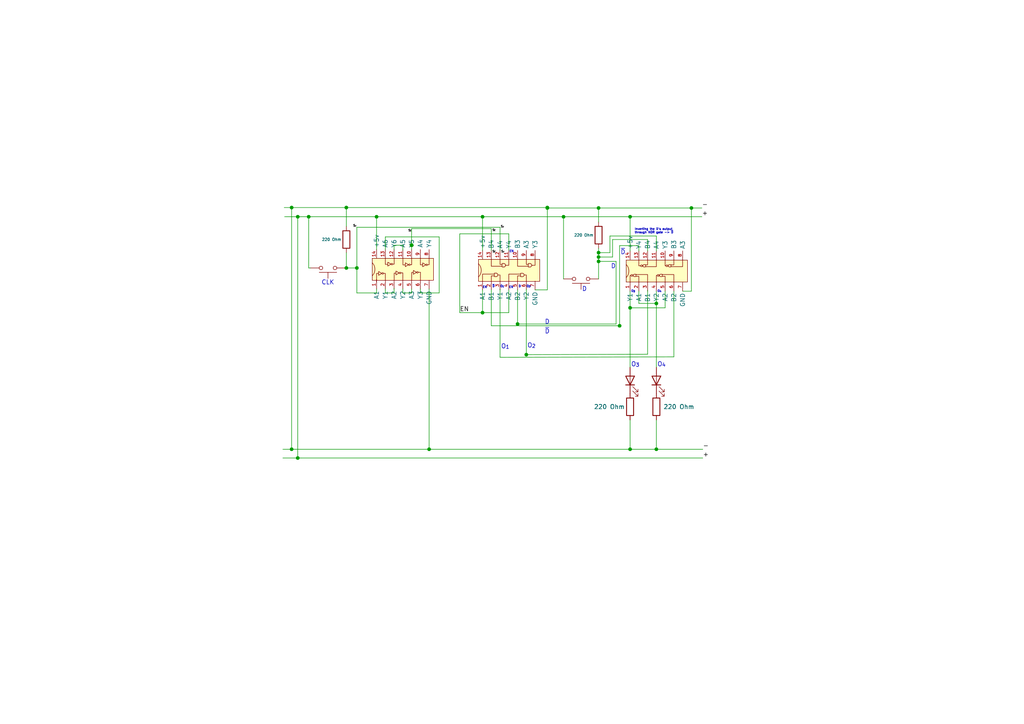
<source format=kicad_sch>
(kicad_sch (version 20211123) (generator eeschema)
  (paper "A4")
  (lib_symbols
    (symbol "Device:LED" (pin_numbers hide) (pin_names (offset 1.016) hide)
      (property "Reference" "D" (at 0 2.54 0))
      (property "Value" "LED" (at 0 -2.54 0))
      (symbol "LED_0_1"
        (polyline (pts (xy -1.27 -1.27) (xy -1.27 1.27)) (stroke (width 0.254)))
        (polyline (pts (xy -1.27 0) (xy 1.27 0)))
        (polyline (pts (xy 1.27 -1.27) (xy 1.27 1.27) (xy -1.27 0) (xy 1.27 -1.27)) (stroke (width 0.254)))
        (polyline (pts (xy -3.048 -0.762) (xy -4.572 -2.286) (xy -3.81 -2.286) (xy -4.572 -2.286) (xy -4.572 -1.524)))
        (polyline (pts (xy -1.778 -0.762) (xy -3.302 -2.286) (xy -2.54 -2.286) (xy -3.302 -2.286) (xy -3.302 -1.524)))
      )
      (symbol "LED_1_1"
        (pin passive line (at -3.81 0 0) (length 2.54) (name "K") (number "1"))
        (pin passive line (at 3.81 0 180) (length 2.54) (name "A") (number "2"))
      )
    )
    (symbol "Device:R" (pin_numbers hide) (pin_names (offset 0))
      (property "Reference" "R" (at 2.032 0 90))
      (property "Value" "R" (at 0 0 90))
      (symbol "R_0_1"
        (rectangle (start -1.016 -2.54) (end 1.016 2.54) (stroke (width 0.254)))
      )
      (symbol "R_1_1"
        (pin passive line (at 0 3.81 270) (length 1.27) (name "~") (number "1"))
        (pin passive line (at 0 -3.81 90) (length 1.27) (name "~") (number "2"))
      )
    )
    (symbol "Gosheto:74LS02_(NOR)"
      (property "Reference" "U" (at 0.0254 1.1938 0))
      (property "Value" "74LS02_(NOR)" (at 0 -0.8382 0))
      (symbol "74LS02_(NOR)_0_1"
        (arc (start -8.5091 -14.097) (mid -7.72 -12.192) (end -8.5091 -10.287))
        (rectangle (start -8.5091 -9.017) (end 9.2709 -15.367) (fill (type background)))
        (circle (center -6.858 -13.462) (radius 0.254))
        (arc (start -6.604 -13.462) (mid -6.1486 -13.7994) (end -5.588 -13.716))
        (arc (start -6.35 -13.462) (mid -6.35 -13.462) (end -6.35 -13.462))
        (arc (start -5.588 -13.208) (mid -6.1486 -13.1246) (end -6.604 -13.462))
        (arc (start -5.588 -13.208) (mid -5.6932 -13.462) (end -5.588 -13.716))
        (circle (center -4.064 -10.668) (radius 0.254))
        (arc (start -3.81 -10.668) (mid -3.3546 -11.0054) (end -2.794 -10.922))
        (arc (start -3.556 -10.668) (mid -3.556 -10.668) (end -3.556 -10.668))
        (arc (start -2.794 -10.414) (mid -3.3546 -10.3306) (end -3.81 -10.668))
        (arc (start -2.794 -10.414) (mid -2.8992 -10.668) (end -2.794 -10.922))
        (polyline (pts (xy -7.366 -15.494) (xy -7.366 -13.462) (xy -7.112 -13.462)))
        (polyline (pts (xy -4.826 -15.494) (xy -4.826 -13.716) (xy -5.588 -13.716)))
        (polyline (pts (xy -4.826 -8.89) (xy -4.826 -10.668) (xy -4.318 -10.668)))
        (polyline (pts (xy -2.286 -15.494) (xy -2.286 -13.208) (xy -5.588 -13.208)))
        (polyline (pts (xy -2.286 -8.89) (xy -2.286 -10.414) (xy -2.794 -10.414)))
        (polyline (pts (xy 0.254 -15.494) (xy 0.254 -13.462) (xy 0.508 -13.462)))
        (polyline (pts (xy 0.254 -8.89) (xy 0.254 -10.922) (xy -2.794 -10.922)))
        (polyline (pts (xy 2.794 -15.494) (xy 2.794 -13.716) (xy 2.032 -13.716)))
        (polyline (pts (xy 2.794 -8.89) (xy 2.794 -10.668) (xy 3.048 -10.668)))
        (polyline (pts (xy 5.334 -15.494) (xy 5.334 -13.208) (xy 2.032 -13.208)))
        (polyline (pts (xy 5.334 -8.89) (xy 5.334 -10.414) (xy 4.572 -10.414)))
        (polyline (pts (xy 7.874 -8.89) (xy 7.874 -10.922) (xy 4.572 -10.922)))
        (circle (center 0.762 -13.462) (radius 0.254))
        (arc (start 1.016 -13.462) (mid 1.4714 -13.7994) (end 2.032 -13.716))
        (arc (start 1.27 -13.462) (mid 1.27 -13.462) (end 1.27 -13.462))
        (arc (start 2.032 -13.208) (mid 1.4714 -13.1246) (end 1.016 -13.462))
        (arc (start 2.032 -13.208) (mid 1.9268 -13.462) (end 2.032 -13.716))
        (circle (center 3.302 -10.668) (radius 0.254))
        (arc (start 3.556 -10.668) (mid 4.0114 -11.0054) (end 4.572 -10.922))
        (arc (start 3.81 -10.668) (mid 3.81 -10.668) (end 3.81 -10.668))
        (arc (start 4.572 -10.414) (mid 4.0114 -10.3306) (end 3.556 -10.668))
        (arc (start 4.572 -10.414) (mid 4.4668 -10.668) (end 4.572 -10.922))
      )
      (symbol "74LS02_(NOR)_1_1"
        (pin output line (at -7.366 -15.494 270) (length 2.54) (name "Y1") (number "1"))
        (pin output line (at 2.794 -8.89 90) (length 2.54) (name "Y3") (number "10"))
        (pin input line (at 0.254 -8.89 90) (length 2.54) (name "A4") (number "11"))
        (pin input line (at -2.286 -8.89 90) (length 2.54) (name "B4") (number "12"))
        (pin output line (at -4.826 -8.89 90) (length 2.54) (name "Y4") (number "13"))
        (pin input line (at -7.366 -8.89 90) (length 2.54) (name "+5v") (number "14"))
        (pin input line (at -4.826 -15.494 270) (length 2.54) (name "A1") (number "2"))
        (pin input line (at -2.286 -15.494 270) (length 2.54) (name "B1") (number "3"))
        (pin output line (at 0.254 -15.494 270) (length 2.54) (name "Y2") (number "4"))
        (pin input line (at 2.794 -15.494 270) (length 2.54) (name "A2") (number "5"))
        (pin input line (at 5.334 -15.494 270) (length 2.54) (name "B2") (number "6"))
        (pin input line (at 7.874 -15.494 270) (length 2.54) (name "GND") (number "7"))
        (pin input line (at 7.874 -8.89 90) (length 2.54) (name "A3") (number "8"))
        (pin input line (at 5.334 -8.89 90) (length 2.54) (name "B3") (number "9"))
      )
    )
    (symbol "Gosheto:74LS04_(INVERTER)"
      (property "Reference" "U" (at 0 1.5748 0))
      (property "Value" "74LS04_(INVERTER)" (at 0 -0.0508 0))
      (symbol "74LS04_(INVERTER)_0_1"
        (arc (start -9.0171 -13.081) (mid -8.228 -11.176) (end -9.0171 -9.271))
        (rectangle (start -9.0171 -8.001) (end 8.7629 -14.351) (fill (type background)))
        (circle (center -5.969 -12.3698) (radius 0.2185))
        (circle (center -3.302 -9.6774) (radius 0.2185))
        (circle (center -0.9398 -12.2428) (radius 0.2185))
        (polyline (pts (xy -7.747 -14.3256) (xy -7.747 -12.3698) (xy -7.1882 -12.3698)))
        (polyline (pts (xy -7.7471 -14.097) (xy -7.7471 -14.351) (xy -7.7471 -14.859)))
        (polyline (pts (xy -5.207 -14.3256) (xy -5.207 -12.3698) (xy -5.6896 -12.3698)))
        (polyline (pts (xy -5.207 -7.9756) (xy -5.207 -9.7536) (xy -4.5212 -9.7536)))
        (polyline (pts (xy -2.6416 -14.351) (xy -2.6416 -12.2936) (xy -2.159 -12.2936)))
        (polyline (pts (xy -2.6416 -7.9756) (xy -2.6416 -9.6774) (xy -2.9718 -9.6774)))
        (polyline (pts (xy -0.127 -14.3764) (xy -0.127 -12.2174) (xy -0.6604 -12.2174)))
        (polyline (pts (xy -0.1016 -7.9502) (xy -0.1016 -9.906) (xy 0.5588 -9.906)))
        (polyline (pts (xy 2.4384 -14.3256) (xy 2.4384 -12.0904) (xy 2.8956 -12.0904)))
        (polyline (pts (xy 2.4384 -7.9756) (xy 2.4384 -9.8552) (xy 2.0828 -9.8552)))
        (polyline (pts (xy 4.953 -8.001) (xy 4.953 -9.8806) (xy 5.6134 -9.8806)))
        (polyline (pts (xy 4.9784 -14.351) (xy 4.9784 -12.0396) (xy 4.3942 -12.0396)))
        (polyline (pts (xy 7.493 -7.9756) (xy 7.493 -9.8552) (xy 7.112 -9.8552)))
        (polyline (pts (xy -7.1628 -11.8364) (xy -7.1628 -12.9286) (xy -6.2484 -12.3698) (xy -7.0866 -11.8364) (xy -7.0866 -11.8872)))
        (polyline (pts (xy -4.4958 -9.144) (xy -4.4958 -10.2362) (xy -3.5814 -9.6774) (xy -4.4196 -9.144) (xy -4.4196 -9.1948)))
        (polyline (pts (xy -2.1336 -11.7094) (xy -2.1336 -12.8016) (xy -1.2192 -12.2428) (xy -2.0574 -11.7094) (xy -2.0574 -11.7602)))
        (polyline (pts (xy 0.5842 -9.3218) (xy 0.5842 -10.414) (xy 1.4986 -9.8552) (xy 0.6604 -9.3218) (xy 0.6604 -9.3726)))
        (polyline (pts (xy 2.921 -11.5316) (xy 2.921 -12.6238) (xy 3.8354 -12.065) (xy 2.9972 -11.5316) (xy 2.9972 -11.5824)))
        (polyline (pts (xy 5.6134 -9.3472) (xy 5.6134 -10.4394) (xy 6.5278 -9.8806) (xy 5.6896 -9.3472) (xy 5.6896 -9.398)))
        (circle (center 1.778 -9.8552) (radius 0.2185))
        (circle (center 4.1148 -12.065) (radius 0.2185))
        (circle (center 6.8072 -9.8806) (radius 0.2185))
      )
      (symbol "74LS04_(INVERTER)_1_1"
        (pin input line (at -7.7471 -14.351 270) (length 2.54) (name "A1") (number "1"))
        (pin output line (at 2.4129 -8.001 90) (length 2.54) (name "Y5") (number "10"))
        (pin input line (at -0.1271 -8.001 90) (length 2.54) (name "A5") (number "11"))
        (pin output line (at -2.6671 -8.001 90) (length 2.54) (name "Y6") (number "12"))
        (pin input line (at -5.2071 -8.001 90) (length 2.54) (name "A6") (number "13"))
        (pin input line (at -7.7471 -8.001 90) (length 2.54) (name "+5v") (number "14"))
        (pin output line (at -5.2071 -14.351 270) (length 2.54) (name "Y1") (number "2"))
        (pin input line (at -2.6671 -14.351 270) (length 2.54) (name "A2") (number "3"))
        (pin output line (at -0.1271 -14.351 270) (length 2.54) (name "Y2") (number "4"))
        (pin input line (at 2.4129 -14.351 270) (length 2.54) (name "A3") (number "5"))
        (pin output line (at 4.9529 -14.351 270) (length 2.54) (name "Y3") (number "6"))
        (pin input line (at 7.4929 -14.351 270) (length 2.54) (name "GND") (number "7"))
        (pin output line (at 7.4929 -8.001 90) (length 2.54) (name "Y4") (number "8"))
        (pin input line (at 4.9529 -8.001 90) (length 2.54) (name "A4") (number "9"))
      )
    )
    (symbol "Gosheto:74LS08_(AND)"
      (property "Reference" "U" (at 0.0254 1.778 0))
      (property "Value" "74LS08_(AND)" (at 0 0 0))
      (symbol "74LS08_(AND)_0_1"
        (arc (start -8.5345 -13.0048) (mid -7.7454 -11.0998) (end -8.5345 -9.1948))
        (rectangle (start -8.5345 -7.9248) (end 9.2455 -14.2748) (fill (type background)))
        (arc (start -3.429 -12.9286) (mid -3.0698 -12.7798) (end -2.921 -12.4206))
        (arc (start -2.921 -12.4206) (mid -3.0698 -12.0614) (end -3.429 -11.9126))
        (arc (start -1.1938 -10.1346) (mid -0.8346 -9.9858) (end -0.6858 -9.6266))
        (arc (start -0.6858 -9.6266) (mid -0.8346 -9.2674) (end -1.1938 -9.1186))
        (polyline (pts (xy 7.112 -9.652) (xy 6.858 -9.652)))
        (polyline (pts (xy -7.366 -14.224) (xy -7.366 -12.192) (xy -4.064 -12.192)))
        (polyline (pts (xy -4.826 -14.224) (xy -4.826 -12.7) (xy -4.064 -12.7)))
        (polyline (pts (xy -4.826 -7.874) (xy -4.826 -9.906) (xy -1.778 -9.906)))
        (polyline (pts (xy -2.286 -14.224) (xy -2.286 -12.446) (xy -2.794 -12.446)))
        (polyline (pts (xy -2.286 -7.874) (xy -2.286 -9.398) (xy -1.778 -9.398)))
        (polyline (pts (xy 0.254 -14.224) (xy 0.254 -12.192) (xy 3.556 -12.192)))
        (polyline (pts (xy 2.794 -14.224) (xy 2.794 -12.7) (xy 3.556 -12.7)))
        (polyline (pts (xy 2.794 -7.874) (xy 2.794 -9.906) (xy 5.842 -9.906)))
        (polyline (pts (xy 5.334 -14.224) (xy 5.334 -12.446) (xy 4.826 -12.446)))
        (polyline (pts (xy 5.334 -7.874) (xy 5.334 -9.398) (xy 5.842 -9.398)))
        (polyline (pts (xy 7.874 -7.874) (xy 7.874 -9.652) (xy 7.112 -9.652)))
        (polyline (pts (xy -3.429 -12.9286) (xy -3.937 -12.9286) (xy -3.937 -11.9126) (xy -3.429 -11.9126)))
        (polyline (pts (xy -1.1938 -10.1346) (xy -1.7018 -10.1346) (xy -1.7018 -9.1186) (xy -1.1938 -9.1186)))
        (polyline (pts (xy 4.191 -12.954) (xy 3.683 -12.954) (xy 3.683 -11.938) (xy 4.191 -11.938)))
        (polyline (pts (xy 6.4008 -10.1346) (xy 5.8928 -10.1346) (xy 5.8928 -9.1186) (xy 6.4008 -9.1186)))
        (polyline (pts (xy 0.254 -7.874) (xy 0.254 -9.652) (xy -0.508 -9.652) (xy -0.762 -9.652) (xy -0.508 -9.652)))
        (arc (start 4.191 -12.954) (mid 4.5502 -12.8052) (end 4.699 -12.446))
        (arc (start 4.699 -12.446) (mid 4.5502 -12.0868) (end 4.191 -11.938))
        (arc (start 6.4008 -10.1346) (mid 6.76 -9.9858) (end 6.9088 -9.6266))
        (arc (start 6.9088 -9.6266) (mid 6.76 -9.2674) (end 6.4008 -9.1186))
      )
      (symbol "74LS08_(AND)_1_1"
        (pin input line (at -7.366 -14.224 270) (length 2.54) (name "A1") (number "1"))
        (pin input line (at 2.794 -7.874 90) (length 2.54) (name "B3") (number "10"))
        (pin output line (at 0.254 -7.874 90) (length 2.54) (name "Y4") (number "11"))
        (pin input line (at -2.286 -7.874 90) (length 2.54) (name "A4") (number "12"))
        (pin input line (at -4.826 -7.874 90) (length 2.54) (name "B4") (number "13"))
        (pin input line (at -7.366 -7.874 90) (length 2.54) (name "+5v") (number "14"))
        (pin input line (at -4.826 -14.224 270) (length 2.54) (name "B1") (number "2"))
        (pin output line (at -2.286 -14.224 270) (length 2.54) (name "Y1") (number "3"))
        (pin input line (at 0.254 -14.224 270) (length 2.54) (name "A2") (number "4"))
        (pin input line (at 2.794 -14.224 270) (length 2.54) (name "B2") (number "5"))
        (pin output line (at 5.334 -14.224 270) (length 2.54) (name "Y2") (number "6"))
        (pin input line (at 7.874 -14.224 270) (length 2.54) (name "GND") (number "7"))
        (pin output line (at 7.874 -7.874 90) (length 2.54) (name "Y3") (number "8"))
        (pin input line (at 5.334 -7.874 90) (length 2.54) (name "A3") (number "9"))
      )
    )
    (symbol "Switch:SW_Push" (pin_numbers hide) (pin_names (offset 1.016) hide)
      (property "Reference" "SW" (at 1.27 2.54 0))
      (property "Value" "SW_Push" (at 0 -1.524 0))
      (symbol "SW_Push_0_1"
        (circle (center -2.032 0) (radius 0.508))
        (polyline (pts (xy 0 1.27) (xy 0 3.048)))
        (polyline (pts (xy 2.54 1.27) (xy -2.54 1.27)))
        (circle (center 2.032 0) (radius 0.508))
        (pin passive line (at -5.08 0 0) (length 2.54) (name "1") (number "1"))
        (pin passive line (at 5.08 0 180) (length 2.54) (name "2") (number "2"))
      )
    )
  )
  (junction (at 179.705 94.488))
  (junction (at 103.505 77.724))
  (junction (at 152.654 102.87))
  (junction (at 109.22 62.865))
  (junction (at 100.457 60.198))
  (junction (at 173.609 74.549))
  (junction (at 119.38 71.12))
  (junction (at 139.954 90.678))
  (junction (at 173.609 73.279))
  (junction (at 190.373 130.302))
  (junction (at 158.75 60.198))
  (junction (at 86.36 132.842))
  (junction (at 89.535 62.865))
  (junction (at 84.582 130.302))
  (junction (at 139.954 62.865))
  (junction (at 124.46 130.302))
  (junction (at 119.3801 71.12))
  (junction (at 100.457 77.724))
  (junction (at 158.75 60.325))
  (junction (at 86.36 62.865))
  (junction (at 150.114 93.98))
  (junction (at 190.373 88.011))
  (junction (at 173.609 75.819))
  (junction (at 182.753 62.865))
  (junction (at 200.533 60.325))
  (junction (at 84.582 60.198))
  (junction (at 173.609 60.325))
  (junction (at 163.449 62.865))
  (junction (at 182.753 89.281))
  (junction (at 182.753 130.302))
  (wire (pts (xy 173.609 74.549) (xy 173.609 75.819)))
  (wire (pts (xy 119.3801 72.39) (xy 119.3801 71.12)))
  (wire (pts (xy 124.46 130.302) (xy 182.753 130.302)))
  (wire (pts (xy 182.753 121.793) (xy 182.753 130.302)))
  (wire (pts (xy 142.494 94.488) (xy 179.705 94.488)))
  (wire (pts (xy 147.574 84.074) (xy 147.574 90.678)))
  (wire (pts (xy 163.449 62.865) (xy 182.753 62.865)))
  (wire (pts (xy 114.3001 71.12) (xy 116.8401 71.12)))
  (wire (pts (xy 89.535 62.865) (xy 86.36 62.865)))
  (wire (pts (xy 124.46 83.82) (xy 124.46 130.302)))
  (wire (pts (xy 82.55 62.865) (xy 86.36 62.865)))
  (wire (pts (xy 173.609 75.819) (xy 173.609 80.899)))
  (wire (pts (xy 187.833 84.201) (xy 187.833 102.743)))
  (wire (pts (xy 187.833 72.771) (xy 187.833 69.469)))
  (wire (pts (xy 111.7601 68.707) (xy 111.7601 72.39)))
  (wire (pts (xy 139.954 84.074) (xy 139.954 90.678)))
  (wire (pts (xy 200.533 60.325) (xy 203.581 60.325)))
  (wire (pts (xy 150.114 93.98) (xy 150.114 94.107)))
  (wire (pts (xy 182.753 84.455) (xy 182.753 89.281)))
  (wire (pts (xy 179.705 94.488) (xy 179.705 94.615)))
  (wire (pts (xy 89.535 62.865) (xy 89.535 77.724)))
  (wire (pts (xy 190.373 68.453) (xy 176.911 68.453)))
  (wire (pts (xy 119.3801 83.82) (xy 119.3801 84.963)))
  (wire (pts (xy 173.609 60.325) (xy 200.533 60.325)))
  (wire (pts (xy 185.293 72.771) (xy 185.293 71.247)))
  (wire (pts (xy 150.114 84.074) (xy 150.114 93.98)))
  (wire (pts (xy 100.457 73.279) (xy 100.457 77.724)))
  (wire (pts (xy 173.609 73.279) (xy 173.609 74.549)))
  (wire (pts (xy 84.582 130.302) (xy 124.46 130.302)))
  (wire (pts (xy 142.494 66.294) (xy 142.494 72.644)))
  (wire (pts (xy 173.609 60.325) (xy 173.609 64.389)))
  (wire (pts (xy 100.457 60.198) (xy 158.75 60.198)))
  (wire (pts (xy 182.753 130.302) (xy 190.373 130.302)))
  (wire (pts (xy 109.22 62.865) (xy 139.954 62.865)))
  (wire (pts (xy 100.203 77.724) (xy 100.457 77.724)))
  (wire (pts (xy 197.993 84.455) (xy 200.533 84.455)))
  (wire (pts (xy 133.35 90.678) (xy 139.954 90.678)))
  (wire (pts (xy 109.2201 83.82) (xy 109.2201 84.963)))
  (wire (pts (xy 119.38 71.12) (xy 119.38 66.294)))
  (wire (pts (xy 82.423 60.198) (xy 84.582 60.198)))
  (wire (pts (xy 116.8401 83.82) (xy 116.8401 84.963)))
  (wire (pts (xy 109.22 62.865) (xy 109.22 72.39)))
  (wire (pts (xy 111.7601 83.82) (xy 111.7601 84.963)))
  (wire (pts (xy 200.533 60.325) (xy 200.533 84.455)))
  (wire (pts (xy 190.373 88.011) (xy 185.293 88.011)))
  (wire (pts (xy 179.705 71.247) (xy 179.705 94.488)))
  (wire (pts (xy 84.582 60.198) (xy 84.582 130.302)))
  (wire (pts (xy 82.042 132.842) (xy 86.36 132.842)))
  (wire (pts (xy 86.36 132.842) (xy 203.835 132.842)))
  (wire (pts (xy 155.194 84.074) (xy 158.75 84.074)))
  (wire (pts (xy 109.2201 84.963) (xy 103.5051 84.963)))
  (wire (pts (xy 127.3811 84.963) (xy 127.3811 68.707)))
  (wire (pts (xy 178.689 75.819) (xy 178.689 93.98)))
  (wire (pts (xy 139.954 62.865) (xy 163.449 62.865)))
  (wire (pts (xy 192.913 84.455) (xy 192.913 89.281)))
  (wire (pts (xy 190.373 84.455) (xy 190.373 88.011)))
  (wire (pts (xy 195.453 84.455) (xy 195.453 103.505)))
  (wire (pts (xy 114.3001 72.39) (xy 114.3001 71.12)))
  (wire (pts (xy 145.034 65.913) (xy 145.034 72.644)))
  (wire (pts (xy 182.753 62.865) (xy 203.581 62.865)))
  (wire (pts (xy 121.9201 84.963) (xy 127.3811 84.963)))
  (wire (pts (xy 182.753 89.281) (xy 182.753 106.553)))
  (wire (pts (xy 150.114 93.98) (xy 178.689 93.98)))
  (wire (pts (xy 86.36 62.865) (xy 86.36 132.842)))
  (wire (pts (xy 190.373 130.302) (xy 203.835 130.302)))
  (wire (pts (xy 182.753 72.771) (xy 182.753 62.865)))
  (wire (pts (xy 187.833 102.743) (xy 152.654 102.87)))
  (wire (pts (xy 89.535 62.865) (xy 109.22 62.865)))
  (wire (pts (xy 195.453 103.505) (xy 145.034 103.632)))
  (wire (pts (xy 152.654 102.87) (xy 152.654 102.997)))
  (wire (pts (xy 176.911 73.279) (xy 173.609 73.279)))
  (wire (pts (xy 152.654 83.947) (xy 152.654 102.87)))
  (wire (pts (xy 103.5051 65.913) (xy 145.034 65.913)))
  (wire (pts (xy 133.35 67.818) (xy 133.35 90.678)))
  (wire (pts (xy 111.7601 84.963) (xy 114.3001 84.963)))
  (wire (pts (xy 121.9201 83.82) (xy 121.9201 84.963)))
  (wire (pts (xy 177.673 74.549) (xy 173.609 74.549)))
  (wire (pts (xy 116.8401 84.963) (xy 119.3801 84.963)))
  (wire (pts (xy 147.574 90.678) (xy 139.954 90.678)))
  (wire (pts (xy 142.494 84.074) (xy 142.494 94.488)))
  (wire (pts (xy 139.954 62.865) (xy 139.954 72.644)))
  (wire (pts (xy 114.3001 83.693) (xy 114.3001 84.963)))
  (wire (pts (xy 176.911 68.453) (xy 176.911 73.279)))
  (wire (pts (xy 84.582 60.198) (xy 100.457 60.198)))
  (wire (pts (xy 190.373 88.011) (xy 190.373 106.553)))
  (wire (pts (xy 185.293 71.247) (xy 179.705 71.247)))
  (wire (pts (xy 116.8401 71.12) (xy 116.8401 72.517)))
  (wire (pts (xy 147.574 67.818) (xy 133.35 67.818)))
  (wire (pts (xy 147.574 72.644) (xy 147.574 67.818)))
  (wire (pts (xy 177.673 69.469) (xy 177.673 74.549)))
  (wire (pts (xy 163.449 62.865) (xy 163.449 80.899)))
  (wire (pts (xy 158.75 60.325) (xy 173.609 60.325)))
  (wire (pts (xy 90.043 77.724) (xy 89.535 77.724)))
  (wire (pts (xy 190.373 121.793) (xy 190.373 130.302)))
  (wire (pts (xy 187.833 69.469) (xy 177.673 69.469)))
  (wire (pts (xy 82.042 130.302) (xy 84.582 130.302)))
  (wire (pts (xy 173.609 72.009) (xy 173.609 73.279)))
  (wire (pts (xy 127.3811 68.707) (xy 111.7601 68.707)))
  (wire (pts (xy 100.457 77.724) (xy 103.505 77.724)))
  (wire (pts (xy 145.034 83.947) (xy 145.034 103.632)))
  (wire (pts (xy 100.457 60.198) (xy 100.457 65.659)))
  (wire (pts (xy 173.609 75.819) (xy 178.689 75.819)))
  (wire (pts (xy 182.753 89.281) (xy 192.913 89.281)))
  (wire (pts (xy 119.38 66.294) (xy 142.494 66.294)))
  (wire (pts (xy 185.293 84.455) (xy 185.293 88.011)))
  (wire (pts (xy 158.75 60.325) (xy 158.75 84.074)))
  (wire (pts (xy 103.5051 65.913) (xy 103.5051 84.963)))
  (wire (pts (xy 190.373 72.771) (xy 190.373 68.453)))
  (text "O_{1}" (at 145.034 83.566 0) (effects (font (size 0.6 0.6)) (justify left bottom)))
  (text "O_{2}" (at 152.654 83.566 0) (effects (font (size 0.6 0.6)) (justify left bottom)))
  (text "CLK" (at 93.218 82.804 0) (effects (font (size 1.27 1.27)) (justify left bottom)))
  (text "~{D}" (at 179.959 74.041 0) (effects (font (size 1.27 1.27)) (justify left bottom)))
  (text "~{D}" (at 142.748 83.566 0) (effects (font (size 0.6 0.6)) (justify left bottom)))
  (text "EN" (at 147.701 73.406 0) (effects (font (size 0.6 0.6)) (justify left bottom)))
  (text "O_{1}" (at 145.288 101.346 0) (effects (font (size 1.27 1.27)) (justify left bottom)))
  (text "EN" (at 139.954 83.82 0) (effects (font (size 0.6 0.6)) (justify left bottom)))
  (text "O_{2}" (at 152.908 101.092 0) (effects (font (size 1.27 1.27)) (justify left bottom)))
  (text "O_{3}" (at 183.007 106.553 0) (effects (font (size 1.27 1.27)) (justify left bottom)))
  (text "Inverting the D's output\nthrough NOR gate -> ~{D}\n" (at 184.023 67.945 0) (effects (font (size 0.6 0.6)) (justify left bottom)))
  (text "~{D}" (at 157.988 97.028 0) (effects (font (size 1.27 1.27)) (justify left bottom)))
  (text "D" (at 157.988 94.234 0) (effects (font (size 1.27 1.27)) (justify left bottom)))
  (text "D" (at 168.783 84.709 0) (effects (font (size 1.27 1.27)) (justify left bottom)))
  (text "O_{4}" (at 190.627 84.963 0) (effects (font (size 0.6 0.6)) (justify left bottom)))
  (text "D" (at 150.368 83.566 0) (effects (font (size 0.6 0.6)) (justify left bottom)))
  (text "O_{3}" (at 183.007 84.963 0) (effects (font (size 0.6 0.6)) (justify left bottom)))
  (text "EN" (at 147.574 83.82 0) (effects (font (size 0.6 0.6)) (justify left bottom)))
  (text "O_{4}" (at 190.627 106.553 0) (effects (font (size 1.27 1.27)) (justify left bottom)))
  (text "D" (at 177.165 78.105 0) (effects (font (size 1.27 1.27)) (justify left bottom)))
  (label "S_{r}" (at 145.161 66.167 0) (effects (font (size 0.6 0.6))))
  (label "-" (at 203.835 130.302 0))
  (label "S_{i}" (at 142.748 73.406 0) (effects (font (size 0.6 0.6))))
  (label "S_{r}" (at 145.288 73.406 0) (effects (font (size 0.6 0.6))))
  (label "+" (at 203.581 62.865 0))
  (label "EN" (at 133.35 90.678 0))
  (label "S_{r}" (at 102.362 65.913 0) (effects (font (size 0.6 0.6))))
  (label "+" (at 203.835 132.842 0))
  (label "S_{i}" (at 142.748 67.183 0) (effects (font (size 0.6 0.6))))
  (label "-" (at 203.581 60.325 0))
  (label "S_{i}" (at 118.364 67.31 0) (effects (font (size 0.6 0.6))))
  (symbol (lib_id "Device:R") (at 182.753 117.983 0) (unit 1)
    (property "Reference" "R?" (effects hide))
    (property "Value" "220 Ohm" (at 181.229 117.983 0) (effects (justify right)))
  )
  (symbol (lib_id "Gosheto:74LS04_(INVERTER)") (at 116.9671 66.929 0) (unit 1)
    (property "Reference" "U?" (effects hide))
    (property "Value" "74LS04_(INVERTER)" (effects hide))
  )
  (symbol (lib_id "Device:LED") (at 190.373 110.363 90) (unit 1)
    (property "Reference" "D?" (effects hide))
    (property "Value" "LED" (effects hide))
  )
  (symbol (lib_id "Gosheto:74LS02_(NOR)") (at 190.119 66.421 0) (unit 1)
    (property "Reference" "U?" (effects hide))
    (property "Value" "74LS02_(NOR)" (effects hide))
  )
  (symbol (lib_id "Device:LED") (at 182.753 110.363 90) (unit 1)
    (property "Reference" "D?" (effects hide))
    (property "Value" "LED" (effects hide))
  )
  (symbol (lib_id "Switch:SW_Push") (at 95.123 77.724 180) (unit 1)
    (property "Reference" "SW?" (effects hide))
    (property "Value" "SW_Push" (effects hide))
  )
  (symbol (lib_id "Device:R") (at 100.457 69.469 0) (unit 1)
    (property "Reference" "R?" (effects hide))
    (property "Value" "220 Ohm" (at 93.345 69.469 0) (effects (font (size 0.8 0.8)) (justify left)))
  )
  (symbol (lib_id "Device:R") (at 190.373 117.983 0) (unit 1)
    (property "Reference" "R?" (effects hide))
    (property "Value" "220 Ohm" (at 192.405 117.983 0) (effects (justify left)))
  )
  (symbol (lib_id "Gosheto:74LS08_(AND)") (at 147.32 67.31 0) (unit 1)
    (property "Reference" "U?" (effects hide))
    (property "Value" "74LS08_(AND)" (effects hide))
  )
  (symbol (lib_id "Device:R") (at 173.609 68.199 0) (unit 1)
    (property "Reference" "R?" (effects hide))
    (property "Value" "220 Ohm" (at 166.497 68.199 0) (effects (font (size 0.8 0.8)) (justify left)))
  )
  (symbol (lib_id "Switch:SW_Push") (at 168.529 80.899 180) (unit 1)
    (property "Reference" "SW?" (effects hide))
    (property "Value" "SW_Push" (effects hide))
  )
)
</source>
